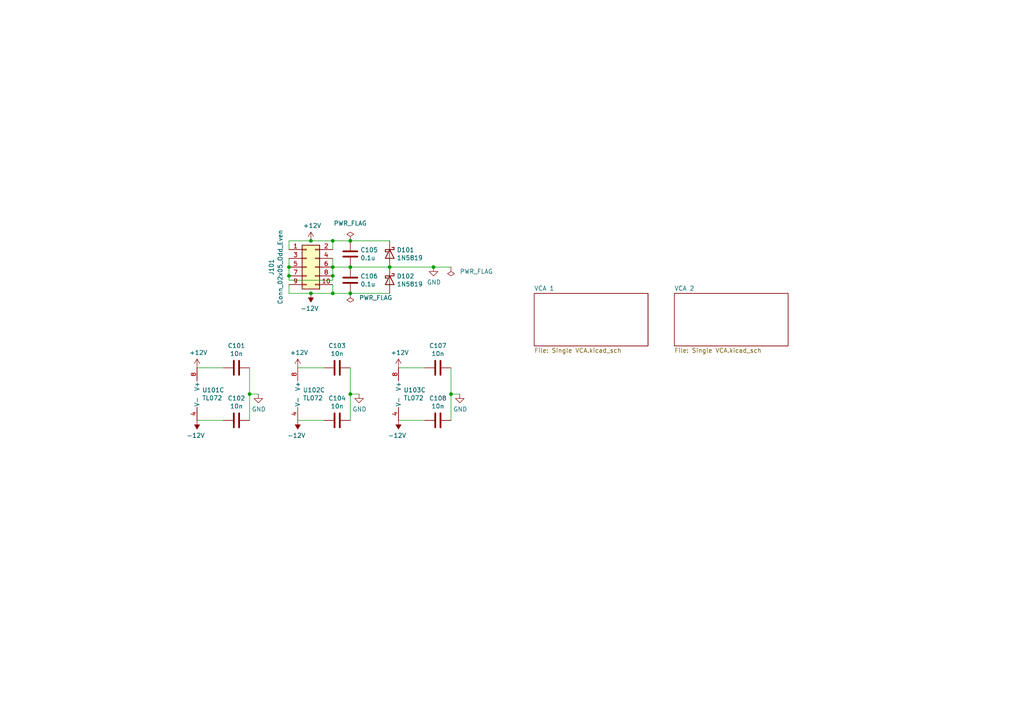
<source format=kicad_sch>
(kicad_sch (version 20211123) (generator eeschema)
  (paper "A4")
  (title_block (title "VCA") (date "2021-05-30") (rev "1.0"))
  (lib_symbols
    (symbol "Amplifier_Operational:TL072" (pin_names (offset 0.127))
      (property "Reference" "U" (at 0 5.08 0))
      (property "Value" "TL072" (at 0 -5.08 0))
      (symbol "TL072_1_1"
        (polyline (pts (xy -5.08 5.08) (xy 5.08 0) (xy -5.08 -5.08) (xy -5.08 5.08)) (stroke (width 0.254)) (fill (type background)))
        (pin output line (at 7.62 0 180) (length 2.54) (name "~") (number "1"))
        (pin input line (at -7.62 -2.54 0) (length 2.54) (name "-") (number "2"))
        (pin input line (at -7.62 2.54 0) (length 2.54) (name "+") (number "3"))
      )
      (symbol "TL072_2_1"
        (polyline (pts (xy -5.08 5.08) (xy 5.08 0) (xy -5.08 -5.08) (xy -5.08 5.08)) (stroke (width 0.254)) (fill (type background)))
        (pin input line (at -7.62 2.54 0) (length 2.54) (name "+") (number "5"))
        (pin input line (at -7.62 -2.54 0) (length 2.54) (name "-") (number "6"))
        (pin output line (at 7.62 0 180) (length 2.54) (name "~") (number "7"))
      )
      (symbol "TL072_3_1"
        (pin power_in line (at -2.54 -7.62 90) (length 3.81) (name "V-") (number "4"))
        (pin power_in line (at -2.54 7.62 270) (length 3.81) (name "V+") (number "8"))
      )
    )
    (symbol "Connector_Generic:Conn_02x05_Odd_Even" (pin_names (offset 1.016) hide)
      (property "Reference" "J" (at 1.27 7.62 0))
      (property "Value" "Conn_02x05_Odd_Even" (at 1.27 -7.62 0))
      (symbol "Conn_02x05_Odd_Even_1_1"
        (rectangle (start -1.27 -4.953) (end 0 -5.207) (stroke (width 0.1524)))
        (rectangle (start -1.27 -2.413) (end 0 -2.667) (stroke (width 0.1524)))
        (rectangle (start -1.27 0.127) (end 0 -0.127) (stroke (width 0.1524)))
        (rectangle (start -1.27 2.667) (end 0 2.413) (stroke (width 0.1524)))
        (rectangle (start -1.27 5.207) (end 0 4.953) (stroke (width 0.1524)))
        (rectangle (start -1.27 6.35) (end 3.81 -6.35) (stroke (width 0.254)) (fill (type background)))
        (rectangle (start 3.81 -4.953) (end 2.54 -5.207) (stroke (width 0.1524)))
        (rectangle (start 3.81 -2.413) (end 2.54 -2.667) (stroke (width 0.1524)))
        (rectangle (start 3.81 0.127) (end 2.54 -0.127) (stroke (width 0.1524)))
        (rectangle (start 3.81 2.667) (end 2.54 2.413) (stroke (width 0.1524)))
        (rectangle (start 3.81 5.207) (end 2.54 4.953) (stroke (width 0.1524)))
        (pin passive line (at -5.08 5.08 0) (length 3.81) (name "Pin_1") (number "1"))
        (pin passive line (at 7.62 -5.08 180) (length 3.81) (name "Pin_10") (number "10"))
        (pin passive line (at 7.62 5.08 180) (length 3.81) (name "Pin_2") (number "2"))
        (pin passive line (at -5.08 2.54 0) (length 3.81) (name "Pin_3") (number "3"))
        (pin passive line (at 7.62 2.54 180) (length 3.81) (name "Pin_4") (number "4"))
        (pin passive line (at -5.08 0 0) (length 3.81) (name "Pin_5") (number "5"))
        (pin passive line (at 7.62 0 180) (length 3.81) (name "Pin_6") (number "6"))
        (pin passive line (at -5.08 -2.54 0) (length 3.81) (name "Pin_7") (number "7"))
        (pin passive line (at 7.62 -2.54 180) (length 3.81) (name "Pin_8") (number "8"))
        (pin passive line (at -5.08 -5.08 0) (length 3.81) (name "Pin_9") (number "9"))
      )
    )
    (symbol "Device:C" (pin_numbers hide) (pin_names (offset 0.254))
      (property "Reference" "C" (at 0.635 2.54 0))
      (property "Value" "C" (at 0.635 -2.54 0))
      (symbol "C_0_1"
        (polyline (pts (xy -2.032 -0.762) (xy 2.032 -0.762)) (stroke (width 0.508)))
        (polyline (pts (xy -2.032 0.762) (xy 2.032 0.762)) (stroke (width 0.508)))
      )
      (symbol "C_1_1"
        (pin passive line (at 0 3.81 270) (length 2.794) (name "~") (number "1"))
        (pin passive line (at 0 -3.81 90) (length 2.794) (name "~") (number "2"))
      )
    )
    (symbol "Diode:1N5819" (pin_numbers hide) (pin_names (offset 1.016) hide)
      (property "Reference" "D" (at 0 2.54 0))
      (property "Value" "1N5819" (at 0 -2.54 0))
      (symbol "1N5819_0_1"
        (polyline (pts (xy 1.27 0) (xy -1.27 0)))
        (polyline (pts (xy 1.27 1.27) (xy 1.27 -1.27) (xy -1.27 0) (xy 1.27 1.27)) (stroke (width 0.254)))
        (polyline (pts (xy -1.905 0.635) (xy -1.905 1.27) (xy -1.27 1.27) (xy -1.27 -1.27) (xy -0.635 -1.27) (xy -0.635 -0.635)) (stroke (width 0.254)))
      )
      (symbol "1N5819_1_1"
        (pin passive line (at -3.81 0 0) (length 2.54) (name "K") (number "1"))
        (pin passive line (at 3.81 0 180) (length 2.54) (name "A") (number "2"))
      )
    )
    (symbol "power:+12V" (power) (pin_names (offset 0))
      (property "Value" "+12V" (at 0 3.556 0))
      (symbol "+12V_0_1"
        (polyline (pts (xy -0.762 1.27) (xy 0 2.54)))
        (polyline (pts (xy 0 0) (xy 0 2.54)))
        (polyline (pts (xy 0 2.54) (xy 0.762 1.27)))
      )
      (symbol "+12V_1_1"
        (pin power_in line (at 0 0 90) (length 0) hide (name "+12V") (number "1"))
      )
    )
    (symbol "power:-12V" (power) (pin_names (offset 0))
      (property "Value" "-12V" (at 0 3.81 0))
      (symbol "-12V_0_0"
        (pin power_in line (at 0 0 90) (length 0) hide (name "-12V") (number "1"))
      )
      (symbol "-12V_0_1"
        (polyline (pts (xy 0 0) (xy 0 1.27) (xy 0.762 1.27) (xy 0 2.54) (xy -0.762 1.27) (xy 0 1.27)) (fill (type outline)))
      )
    )
    (symbol "power:GND" (power) (pin_names (offset 0))
      (property "Value" "GND" (at 0 -3.81 0))
      (symbol "GND_0_1"
        (polyline (pts (xy 0 0) (xy 0 -1.27) (xy 1.27 -1.27) (xy 0 -2.54) (xy -1.27 -1.27) (xy 0 -1.27)))
      )
      (symbol "GND_1_1"
        (pin power_in line (at 0 0 270) (length 0) hide (name "GND") (number "1"))
      )
    )
    (symbol "power:PWR_FLAG" (power) (pin_numbers hide) (pin_names (offset 0) hide)
      (property "Value" "PWR_FLAG" (at 0 3.81 0))
      (symbol "PWR_FLAG_0_0"
        (pin power_out line (at 0 0 90) (length 0) (name "pwr") (number "1"))
      )
      (symbol "PWR_FLAG_0_1"
        (polyline (pts (xy 0 0) (xy 0 1.27) (xy -1.016 1.905) (xy 0 2.54) (xy 1.016 1.905) (xy 0 1.27)))
      )
    )
  )
  (junction (at 101.6 69.85))
  (junction (at 125.73 77.47))
  (junction (at 96.52 85.09))
  (junction (at 72.39 114.3))
  (junction (at 96.52 80.01))
  (junction (at 96.52 77.47))
  (junction (at 83.82 77.47))
  (junction (at 130.81 114.3))
  (junction (at 101.6 77.47))
  (junction (at 101.6 114.3))
  (junction (at 90.17 85.09))
  (junction (at 96.52 69.85))
  (junction (at 83.82 80.01))
  (junction (at 90.17 69.85))
  (junction (at 101.6 85.09))
  (junction (at 113.03 77.47))
  (wire (pts (xy 96.52 85.09) (xy 101.6 85.09)))
  (wire (pts (xy 113.03 69.85) (xy 101.6 69.85)))
  (wire (pts (xy 72.39 106.68) (xy 72.39 114.3)))
  (wire (pts (xy 72.39 114.3) (xy 72.39 121.92)))
  (wire (pts (xy 83.82 69.85) (xy 90.17 69.85)))
  (wire (pts (xy 101.6 85.09) (xy 113.03 85.09)))
  (wire (pts (xy 64.77 106.68) (xy 57.15 106.68)))
  (wire (pts (xy 96.52 77.47) (xy 101.6 77.47)))
  (wire (pts (xy 125.73 77.47) (xy 130.81 77.47)))
  (wire (pts (xy 130.81 114.3) (xy 130.81 121.92)))
  (wire (pts (xy 101.6 106.68) (xy 101.6 114.3)))
  (wire (pts (xy 130.81 106.68) (xy 130.81 114.3)))
  (wire (pts (xy 101.6 114.3) (xy 104.14 114.3)))
  (wire (pts (xy 101.6 114.3) (xy 101.6 121.92)))
  (wire (pts (xy 96.52 69.85) (xy 101.6 69.85)))
  (wire (pts (xy 83.82 81.28) (xy 96.52 81.28)))
  (wire (pts (xy 86.36 106.68) (xy 93.98 106.68)))
  (wire (pts (xy 96.52 82.55) (xy 96.52 85.09)))
  (wire (pts (xy 83.82 74.93) (xy 83.82 77.47)))
  (wire (pts (xy 83.82 82.55) (xy 83.82 85.09)))
  (wire (pts (xy 96.52 72.39) (xy 96.52 69.85)))
  (wire (pts (xy 130.81 114.3) (xy 133.35 114.3)))
  (wire (pts (xy 83.82 85.09) (xy 90.17 85.09)))
  (wire (pts (xy 96.52 74.93) (xy 96.52 77.47)))
  (wire (pts (xy 57.15 121.92) (xy 64.77 121.92)))
  (wire (pts (xy 115.57 121.92) (xy 123.19 121.92)))
  (wire (pts (xy 101.6 77.47) (xy 113.03 77.47)))
  (wire (pts (xy 72.39 114.3) (xy 74.93 114.3)))
  (wire (pts (xy 90.17 69.85) (xy 96.52 69.85)))
  (wire (pts (xy 115.57 106.68) (xy 123.19 106.68)))
  (wire (pts (xy 83.82 72.39) (xy 83.82 69.85)))
  (wire (pts (xy 83.82 77.47) (xy 83.82 80.01)))
  (wire (pts (xy 86.36 121.92) (xy 93.98 121.92)))
  (wire (pts (xy 96.52 77.47) (xy 96.52 80.01)))
  (wire (pts (xy 90.17 85.09) (xy 96.52 85.09)))
  (wire (pts (xy 96.52 81.28) (xy 96.52 80.01)))
  (wire (pts (xy 113.03 77.47) (xy 125.73 77.47)))
  (wire (pts (xy 83.82 80.01) (xy 83.82 81.28)))
  (symbol (lib_id "Connector_Generic:Conn_02x05_Odd_Even") (at 88.9 77.47 0) (unit 1)
    (property "Reference" "J101" (at 78.74 77.47 90))
    (property "Value" "Conn_02x05_Odd_Even" (at 81.28 77.47 90))
    (property "Footprint" "Connector_PinHeader_2.54mm:PinHeader_2x05_P2.54mm_Vertical" (effects hide))
  )
  (symbol (lib_id "Device:C") (at 101.6 73.66 0) (unit 1)
    (property "Reference" "C105" (at 104.521 72.4916 0) (effects (justify left)))
    (property "Value" "0.1u" (at 104.521 74.803 0) (effects (justify left)))
    (property "Footprint" "Capacitor_THT:C_Disc_D5.0mm_W2.5mm_P5.00mm" (effects hide))
  )
  (symbol (lib_id "Device:C") (at 101.6 81.28 0) (unit 1)
    (property "Reference" "C106" (at 104.521 80.1116 0) (effects (justify left)))
    (property "Value" "0.1u" (at 104.521 82.423 0) (effects (justify left)))
    (property "Footprint" "Capacitor_THT:C_Disc_D5.0mm_W2.5mm_P5.00mm" (effects hide))
  )
  (symbol (lib_id "power:+12V") (at 90.17 69.85 0) (unit 1)
    (property "Reference" "#PWR0109" (effects hide))
    (property "Value" "+12V" (at 90.551 65.4558 0))
  )
  (symbol (lib_id "power:-12V") (at 90.17 85.09 180) (unit 1)
    (property "Reference" "#PWR0110" (effects hide))
    (property "Value" "-12V" (at 89.789 89.4842 0))
  )
  (symbol (lib_id "power:GND") (at 125.73 77.47 0) (unit 1)
    (property "Reference" "#PWR0112" (effects hide))
    (property "Value" "GND" (at 125.857 81.8642 0))
  )
  (symbol (lib_id "Diode:1N5819") (at 113.03 73.66 270) (unit 1)
    (property "Reference" "D101" (at 115.062 72.4916 90) (effects (justify left)))
    (property "Value" "1N5819" (at 115.062 74.803 90) (effects (justify left)))
    (property "Footprint" "Diode_THT:D_DO-41_SOD81_P10.16mm_Horizontal" (effects hide))
    (property "Datasheet" "http://www.vishay.com/docs/88525/1n5817.pdf" (effects hide))
  )
  (symbol (lib_id "Diode:1N5819") (at 113.03 81.28 270) (unit 1)
    (property "Reference" "D102" (at 115.062 80.1116 90) (effects (justify left)))
    (property "Value" "1N5819" (at 115.062 82.423 90) (effects (justify left)))
    (property "Footprint" "Diode_THT:D_DO-41_SOD81_P10.16mm_Horizontal" (effects hide))
    (property "Datasheet" "http://www.vishay.com/docs/88525/1n5817.pdf" (effects hide))
  )
  (symbol (lib_id "Amplifier_Operational:TL072") (at 59.69 114.3 0) (unit 3)
    (property "Reference" "U101" (at 58.6232 113.1316 0) (effects (justify left)))
    (property "Value" "TL072" (at 58.6232 115.443 0) (effects (justify left)))
    (property "Footprint" "Package_DIP:DIP-8_W7.62mm_Socket" (effects hide))
    (property "Datasheet" "http://www.ti.com/lit/ds/symlink/tl071.pdf" (effects hide))
  )
  (symbol (lib_id "Device:C") (at 68.58 106.68 90) (unit 1)
    (property "Reference" "C101" (at 68.58 100.2792 90))
    (property "Value" "10n" (at 68.58 102.5906 90))
    (property "Footprint" "Capacitor_THT:C_Disc_D5.0mm_W2.5mm_P5.00mm" (effects hide))
  )
  (symbol (lib_id "power:+12V") (at 57.15 106.68 0) (unit 1)
    (property "Reference" "#PWR0101" (effects hide))
    (property "Value" "+12V" (at 57.531 102.2858 0))
  )
  (symbol (lib_id "Device:C") (at 68.58 121.92 90) (unit 1)
    (property "Reference" "C102" (at 68.58 115.5192 90))
    (property "Value" "10n" (at 68.58 117.8306 90))
    (property "Footprint" "Capacitor_THT:C_Disc_D5.0mm_W2.5mm_P5.00mm" (effects hide))
  )
  (symbol (lib_id "power:GND") (at 74.93 114.3 0) (unit 1)
    (property "Reference" "#PWR0105" (effects hide))
    (property "Value" "GND" (at 75.057 118.6942 0))
  )
  (symbol (lib_id "Amplifier_Operational:TL072") (at 88.9 114.3 0) (unit 3)
    (property "Reference" "U102" (at 87.8332 113.1316 0) (effects (justify left)))
    (property "Value" "TL072" (at 87.8332 115.443 0) (effects (justify left)))
    (property "Footprint" "Package_DIP:DIP-8_W7.62mm_Socket" (effects hide))
    (property "Datasheet" "http://www.ti.com/lit/ds/symlink/tl071.pdf" (effects hide))
  )
  (symbol (lib_id "Device:C") (at 97.79 106.68 90) (unit 1)
    (property "Reference" "C103" (at 97.79 100.2792 90))
    (property "Value" "10n" (at 97.79 102.5906 90))
    (property "Footprint" "Capacitor_THT:C_Disc_D5.0mm_W2.5mm_P5.00mm" (effects hide))
  )
  (symbol (lib_id "power:-12V") (at 86.36 121.92 180) (unit 1)
    (property "Reference" "#PWR0108" (effects hide))
    (property "Value" "-12V" (at 85.979 126.3142 0))
  )
  (symbol (lib_id "power:+12V") (at 86.36 106.68 0) (unit 1)
    (property "Reference" "#PWR0107" (effects hide))
    (property "Value" "+12V" (at 86.741 102.2858 0))
  )
  (symbol (lib_id "Device:C") (at 97.79 121.92 90) (unit 1)
    (property "Reference" "C104" (at 97.79 115.5192 90))
    (property "Value" "10n" (at 97.79 117.8306 90))
    (property "Footprint" "Capacitor_THT:C_Disc_D5.0mm_W2.5mm_P5.00mm" (effects hide))
  )
  (symbol (lib_id "power:GND") (at 104.14 114.3 0) (unit 1)
    (property "Reference" "#PWR0111" (effects hide))
    (property "Value" "GND" (at 104.267 118.6942 0))
  )
  (symbol (lib_id "Amplifier_Operational:TL072") (at 118.11 114.3 0) (unit 3)
    (property "Reference" "U103" (at 117.0432 113.1316 0) (effects (justify left)))
    (property "Value" "TL072" (at 117.0432 115.443 0) (effects (justify left)))
    (property "Footprint" "Package_DIP:DIP-8_W7.62mm_Socket" (effects hide))
    (property "Datasheet" "http://www.ti.com/lit/ds/symlink/tl071.pdf" (effects hide))
  )
  (symbol (lib_id "Device:C") (at 127 106.68 90) (unit 1)
    (property "Reference" "C107" (at 127 100.2792 90))
    (property "Value" "10n" (at 127 102.5906 90))
    (property "Footprint" "Capacitor_THT:C_Disc_D5.0mm_W2.5mm_P5.00mm" (effects hide))
  )
  (symbol (lib_id "power:-12V") (at 115.57 121.92 180) (unit 1)
    (property "Reference" "#PWR0114" (effects hide))
    (property "Value" "-12V" (at 115.189 126.3142 0))
  )
  (symbol (lib_id "power:+12V") (at 115.57 106.68 0) (unit 1)
    (property "Reference" "#PWR0113" (effects hide))
    (property "Value" "+12V" (at 115.951 102.2858 0))
  )
  (symbol (lib_id "Device:C") (at 127 121.92 90) (unit 1)
    (property "Reference" "C108" (at 127 115.5192 90))
    (property "Value" "10n" (at 127 117.8306 90))
    (property "Footprint" "Capacitor_THT:C_Disc_D5.0mm_W2.5mm_P5.00mm" (effects hide))
  )
  (symbol (lib_id "power:GND") (at 133.35 114.3 0) (unit 1)
    (property "Reference" "#PWR0115" (effects hide))
    (property "Value" "GND" (at 133.477 118.6942 0))
  )
  (symbol (lib_id "power:-12V") (at 57.15 121.92 180) (unit 1)
    (property "Reference" "#PWR0102" (effects hide))
    (property "Value" "-12V" (at 56.769 126.3142 0))
  )
  (symbol (lib_id "power:PWR_FLAG") (at 130.81 77.47 180) (unit 1)
    (property "Reference" "#FLG03" (effects hide))
    (property "Value" "PWR_FLAG" (at 133.35 78.7399 0) (effects (justify right)))
  )
  (symbol (lib_id "power:PWR_FLAG") (at 101.6 69.85 0) (unit 1)
    (property "Reference" "#FLG01" (effects hide))
    (property "Value" "PWR_FLAG" (at 101.6 64.77 0))
  )
  (symbol (lib_id "power:PWR_FLAG") (at 101.6 85.09 180) (unit 1)
    (property "Reference" "#FLG02" (effects hide))
    (property "Value" "PWR_FLAG" (at 104.14 86.3599 0) (effects (justify right)))
  )
  (sheet (at 154.94 85.09) (size 33.02 15.24)
    (property "Sheet name" "VCA 1" (at 154.94 84.3784 0) (effects (justify left bottom)))
    (property "Sheet file" "Single VCA.kicad_sch" (at 154.94 100.9146 0) (effects (justify left top)))
  )
  (sheet (at 195.58 85.09) (size 33.02 15.24)
    (property "Sheet name" "VCA 2" (at 195.58 84.3784 0) (effects (justify left bottom)))
    (property "Sheet file" "Single VCA.kicad_sch" (at 195.58 100.9146 0) (effects (justify left top)))
  )
)
</source>
